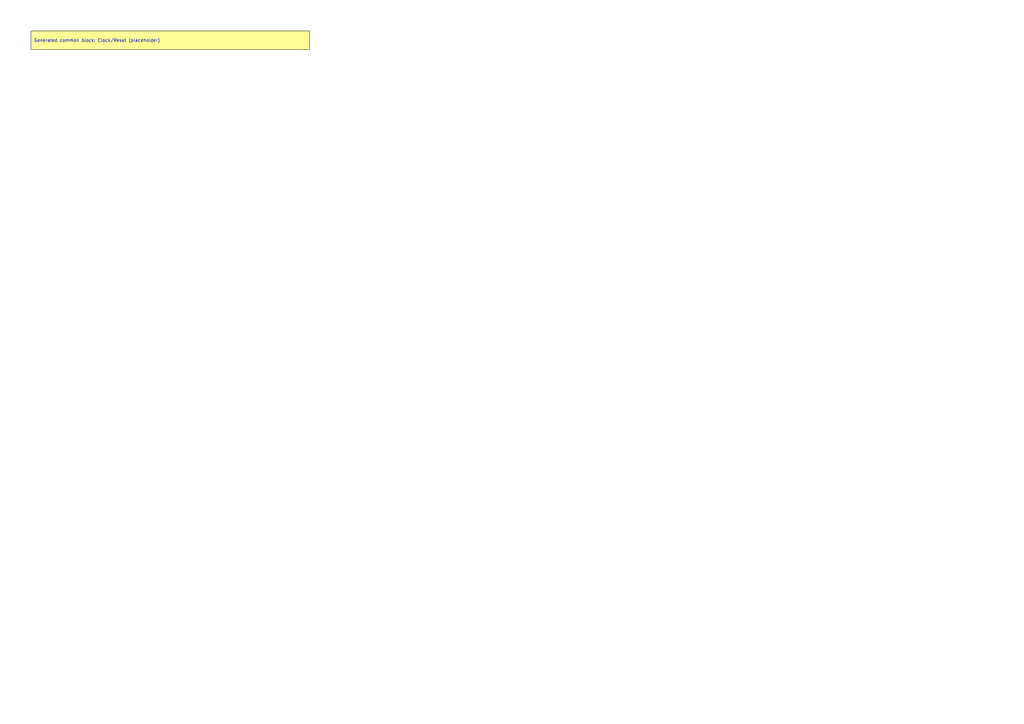
<source format=kicad_sch>
(kicad_sch
	(version 20250114)
	(generator "kicadgen")
	(generator_version "0.1")
	(uuid "c296ad72-e368-5a96-b6ec-fa0783e2f31d")
	(paper "A3")
	(title_block
		(title "Clock/Reset (placeholder)")
		(company "Project Carbon")
		(comment 1 "Generated - do not edit in generated/")
		(comment 2 "Edit in schem/kicad9/manual/ or refine mapping specs")
	)
	(lib_symbols)
	(text_box
		"Generated common block: Clock/Reset (placeholder)"
		(exclude_from_sim no)
		(at
			12.7
			12.7
			0
		)
		(size 114.3 7.62)
		(margins
			1.27
			1.27
			1.27
			1.27
		)
		(stroke
			(width 0)
			(type default)
			(color
				0
				0
				0
				1
			)
		)
		(fill
			(type color)
			(color
				255
				255
				150
				1
			)
		)
		(effects
			(font
				(size 1.27 1.27)
			)
			(justify left)
		)
		(uuid "36061bf7-9d85-5207-b8d2-f20d8739ff4f")
	)
	(sheet_instances
		(path
			"/"
			(page "1")
		)
	)
	(embedded_fonts no)
)

</source>
